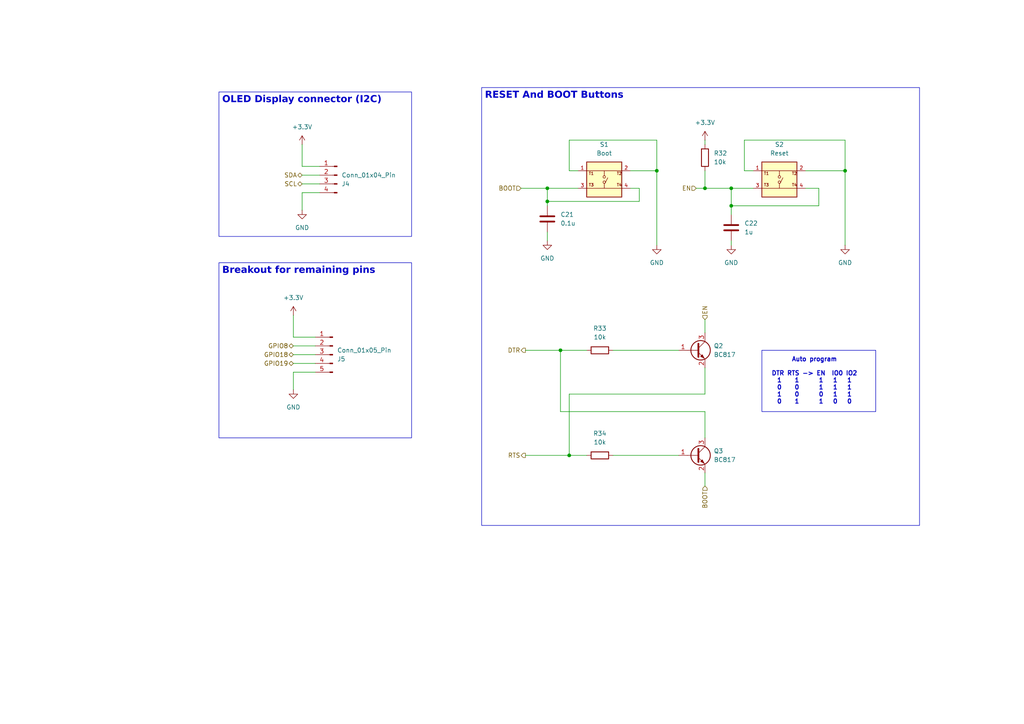
<source format=kicad_sch>
(kicad_sch
	(version 20250114)
	(generator "eeschema")
	(generator_version "9.0")
	(uuid "86def58b-f3c6-4bb6-a2bf-1d4fbe27a2a0")
	(paper "A4")
	(title_block
		(title "User Interface")
		(date "2025-12-15")
		(company "YUKESH S  2024104010")
	)
	(lib_symbols
		(symbol "Connector:Conn_01x04_Pin"
			(pin_names
				(offset 1.016)
				(hide yes)
			)
			(exclude_from_sim no)
			(in_bom yes)
			(on_board yes)
			(property "Reference" "J"
				(at 0 5.08 0)
				(effects
					(font
						(size 1.27 1.27)
					)
				)
			)
			(property "Value" "Conn_01x04_Pin"
				(at 0 -7.62 0)
				(effects
					(font
						(size 1.27 1.27)
					)
				)
			)
			(property "Footprint" ""
				(at 0 0 0)
				(effects
					(font
						(size 1.27 1.27)
					)
					(hide yes)
				)
			)
			(property "Datasheet" "~"
				(at 0 0 0)
				(effects
					(font
						(size 1.27 1.27)
					)
					(hide yes)
				)
			)
			(property "Description" "Generic connector, single row, 01x04, script generated"
				(at 0 0 0)
				(effects
					(font
						(size 1.27 1.27)
					)
					(hide yes)
				)
			)
			(property "ki_locked" ""
				(at 0 0 0)
				(effects
					(font
						(size 1.27 1.27)
					)
				)
			)
			(property "ki_keywords" "connector"
				(at 0 0 0)
				(effects
					(font
						(size 1.27 1.27)
					)
					(hide yes)
				)
			)
			(property "ki_fp_filters" "Connector*:*_1x??_*"
				(at 0 0 0)
				(effects
					(font
						(size 1.27 1.27)
					)
					(hide yes)
				)
			)
			(symbol "Conn_01x04_Pin_1_1"
				(rectangle
					(start 0.8636 2.667)
					(end 0 2.413)
					(stroke
						(width 0.1524)
						(type default)
					)
					(fill
						(type outline)
					)
				)
				(rectangle
					(start 0.8636 0.127)
					(end 0 -0.127)
					(stroke
						(width 0.1524)
						(type default)
					)
					(fill
						(type outline)
					)
				)
				(rectangle
					(start 0.8636 -2.413)
					(end 0 -2.667)
					(stroke
						(width 0.1524)
						(type default)
					)
					(fill
						(type outline)
					)
				)
				(rectangle
					(start 0.8636 -4.953)
					(end 0 -5.207)
					(stroke
						(width 0.1524)
						(type default)
					)
					(fill
						(type outline)
					)
				)
				(polyline
					(pts
						(xy 1.27 2.54) (xy 0.8636 2.54)
					)
					(stroke
						(width 0.1524)
						(type default)
					)
					(fill
						(type none)
					)
				)
				(polyline
					(pts
						(xy 1.27 0) (xy 0.8636 0)
					)
					(stroke
						(width 0.1524)
						(type default)
					)
					(fill
						(type none)
					)
				)
				(polyline
					(pts
						(xy 1.27 -2.54) (xy 0.8636 -2.54)
					)
					(stroke
						(width 0.1524)
						(type default)
					)
					(fill
						(type none)
					)
				)
				(polyline
					(pts
						(xy 1.27 -5.08) (xy 0.8636 -5.08)
					)
					(stroke
						(width 0.1524)
						(type default)
					)
					(fill
						(type none)
					)
				)
				(pin passive line
					(at 5.08 2.54 180)
					(length 3.81)
					(name "Pin_1"
						(effects
							(font
								(size 1.27 1.27)
							)
						)
					)
					(number "1"
						(effects
							(font
								(size 1.27 1.27)
							)
						)
					)
				)
				(pin passive line
					(at 5.08 0 180)
					(length 3.81)
					(name "Pin_2"
						(effects
							(font
								(size 1.27 1.27)
							)
						)
					)
					(number "2"
						(effects
							(font
								(size 1.27 1.27)
							)
						)
					)
				)
				(pin passive line
					(at 5.08 -2.54 180)
					(length 3.81)
					(name "Pin_3"
						(effects
							(font
								(size 1.27 1.27)
							)
						)
					)
					(number "3"
						(effects
							(font
								(size 1.27 1.27)
							)
						)
					)
				)
				(pin passive line
					(at 5.08 -5.08 180)
					(length 3.81)
					(name "Pin_4"
						(effects
							(font
								(size 1.27 1.27)
							)
						)
					)
					(number "4"
						(effects
							(font
								(size 1.27 1.27)
							)
						)
					)
				)
			)
			(embedded_fonts no)
		)
		(symbol "Connector:Conn_01x05_Pin"
			(pin_names
				(offset 1.016)
				(hide yes)
			)
			(exclude_from_sim no)
			(in_bom yes)
			(on_board yes)
			(property "Reference" "J"
				(at 0 7.62 0)
				(effects
					(font
						(size 1.27 1.27)
					)
				)
			)
			(property "Value" "Conn_01x05_Pin"
				(at 0 -7.62 0)
				(effects
					(font
						(size 1.27 1.27)
					)
				)
			)
			(property "Footprint" ""
				(at 0 0 0)
				(effects
					(font
						(size 1.27 1.27)
					)
					(hide yes)
				)
			)
			(property "Datasheet" "~"
				(at 0 0 0)
				(effects
					(font
						(size 1.27 1.27)
					)
					(hide yes)
				)
			)
			(property "Description" "Generic connector, single row, 01x05, script generated"
				(at 0 0 0)
				(effects
					(font
						(size 1.27 1.27)
					)
					(hide yes)
				)
			)
			(property "ki_locked" ""
				(at 0 0 0)
				(effects
					(font
						(size 1.27 1.27)
					)
				)
			)
			(property "ki_keywords" "connector"
				(at 0 0 0)
				(effects
					(font
						(size 1.27 1.27)
					)
					(hide yes)
				)
			)
			(property "ki_fp_filters" "Connector*:*_1x??_*"
				(at 0 0 0)
				(effects
					(font
						(size 1.27 1.27)
					)
					(hide yes)
				)
			)
			(symbol "Conn_01x05_Pin_1_1"
				(rectangle
					(start 0.8636 5.207)
					(end 0 4.953)
					(stroke
						(width 0.1524)
						(type default)
					)
					(fill
						(type outline)
					)
				)
				(rectangle
					(start 0.8636 2.667)
					(end 0 2.413)
					(stroke
						(width 0.1524)
						(type default)
					)
					(fill
						(type outline)
					)
				)
				(rectangle
					(start 0.8636 0.127)
					(end 0 -0.127)
					(stroke
						(width 0.1524)
						(type default)
					)
					(fill
						(type outline)
					)
				)
				(rectangle
					(start 0.8636 -2.413)
					(end 0 -2.667)
					(stroke
						(width 0.1524)
						(type default)
					)
					(fill
						(type outline)
					)
				)
				(rectangle
					(start 0.8636 -4.953)
					(end 0 -5.207)
					(stroke
						(width 0.1524)
						(type default)
					)
					(fill
						(type outline)
					)
				)
				(polyline
					(pts
						(xy 1.27 5.08) (xy 0.8636 5.08)
					)
					(stroke
						(width 0.1524)
						(type default)
					)
					(fill
						(type none)
					)
				)
				(polyline
					(pts
						(xy 1.27 2.54) (xy 0.8636 2.54)
					)
					(stroke
						(width 0.1524)
						(type default)
					)
					(fill
						(type none)
					)
				)
				(polyline
					(pts
						(xy 1.27 0) (xy 0.8636 0)
					)
					(stroke
						(width 0.1524)
						(type default)
					)
					(fill
						(type none)
					)
				)
				(polyline
					(pts
						(xy 1.27 -2.54) (xy 0.8636 -2.54)
					)
					(stroke
						(width 0.1524)
						(type default)
					)
					(fill
						(type none)
					)
				)
				(polyline
					(pts
						(xy 1.27 -5.08) (xy 0.8636 -5.08)
					)
					(stroke
						(width 0.1524)
						(type default)
					)
					(fill
						(type none)
					)
				)
				(pin passive line
					(at 5.08 5.08 180)
					(length 3.81)
					(name "Pin_1"
						(effects
							(font
								(size 1.27 1.27)
							)
						)
					)
					(number "1"
						(effects
							(font
								(size 1.27 1.27)
							)
						)
					)
				)
				(pin passive line
					(at 5.08 2.54 180)
					(length 3.81)
					(name "Pin_2"
						(effects
							(font
								(size 1.27 1.27)
							)
						)
					)
					(number "2"
						(effects
							(font
								(size 1.27 1.27)
							)
						)
					)
				)
				(pin passive line
					(at 5.08 0 180)
					(length 3.81)
					(name "Pin_3"
						(effects
							(font
								(size 1.27 1.27)
							)
						)
					)
					(number "3"
						(effects
							(font
								(size 1.27 1.27)
							)
						)
					)
				)
				(pin passive line
					(at 5.08 -2.54 180)
					(length 3.81)
					(name "Pin_4"
						(effects
							(font
								(size 1.27 1.27)
							)
						)
					)
					(number "4"
						(effects
							(font
								(size 1.27 1.27)
							)
						)
					)
				)
				(pin passive line
					(at 5.08 -5.08 180)
					(length 3.81)
					(name "Pin_5"
						(effects
							(font
								(size 1.27 1.27)
							)
						)
					)
					(number "5"
						(effects
							(font
								(size 1.27 1.27)
							)
						)
					)
				)
			)
			(embedded_fonts no)
		)
		(symbol "Device:C"
			(pin_numbers
				(hide yes)
			)
			(pin_names
				(offset 0.254)
			)
			(exclude_from_sim no)
			(in_bom yes)
			(on_board yes)
			(property "Reference" "C"
				(at 0.635 2.54 0)
				(effects
					(font
						(size 1.27 1.27)
					)
					(justify left)
				)
			)
			(property "Value" "C"
				(at 0.635 -2.54 0)
				(effects
					(font
						(size 1.27 1.27)
					)
					(justify left)
				)
			)
			(property "Footprint" ""
				(at 0.9652 -3.81 0)
				(effects
					(font
						(size 1.27 1.27)
					)
					(hide yes)
				)
			)
			(property "Datasheet" "~"
				(at 0 0 0)
				(effects
					(font
						(size 1.27 1.27)
					)
					(hide yes)
				)
			)
			(property "Description" "Unpolarized capacitor"
				(at 0 0 0)
				(effects
					(font
						(size 1.27 1.27)
					)
					(hide yes)
				)
			)
			(property "ki_keywords" "cap capacitor"
				(at 0 0 0)
				(effects
					(font
						(size 1.27 1.27)
					)
					(hide yes)
				)
			)
			(property "ki_fp_filters" "C_*"
				(at 0 0 0)
				(effects
					(font
						(size 1.27 1.27)
					)
					(hide yes)
				)
			)
			(symbol "C_0_1"
				(polyline
					(pts
						(xy -2.032 0.762) (xy 2.032 0.762)
					)
					(stroke
						(width 0.508)
						(type default)
					)
					(fill
						(type none)
					)
				)
				(polyline
					(pts
						(xy -2.032 -0.762) (xy 2.032 -0.762)
					)
					(stroke
						(width 0.508)
						(type default)
					)
					(fill
						(type none)
					)
				)
			)
			(symbol "C_1_1"
				(pin passive line
					(at 0 3.81 270)
					(length 2.794)
					(name "~"
						(effects
							(font
								(size 1.27 1.27)
							)
						)
					)
					(number "1"
						(effects
							(font
								(size 1.27 1.27)
							)
						)
					)
				)
				(pin passive line
					(at 0 -3.81 90)
					(length 2.794)
					(name "~"
						(effects
							(font
								(size 1.27 1.27)
							)
						)
					)
					(number "2"
						(effects
							(font
								(size 1.27 1.27)
							)
						)
					)
				)
			)
			(embedded_fonts no)
		)
		(symbol "Device:R"
			(pin_numbers
				(hide yes)
			)
			(pin_names
				(offset 0)
			)
			(exclude_from_sim no)
			(in_bom yes)
			(on_board yes)
			(property "Reference" "R"
				(at 2.032 0 90)
				(effects
					(font
						(size 1.27 1.27)
					)
				)
			)
			(property "Value" "R"
				(at 0 0 90)
				(effects
					(font
						(size 1.27 1.27)
					)
				)
			)
			(property "Footprint" ""
				(at -1.778 0 90)
				(effects
					(font
						(size 1.27 1.27)
					)
					(hide yes)
				)
			)
			(property "Datasheet" "~"
				(at 0 0 0)
				(effects
					(font
						(size 1.27 1.27)
					)
					(hide yes)
				)
			)
			(property "Description" "Resistor"
				(at 0 0 0)
				(effects
					(font
						(size 1.27 1.27)
					)
					(hide yes)
				)
			)
			(property "ki_keywords" "R res resistor"
				(at 0 0 0)
				(effects
					(font
						(size 1.27 1.27)
					)
					(hide yes)
				)
			)
			(property "ki_fp_filters" "R_*"
				(at 0 0 0)
				(effects
					(font
						(size 1.27 1.27)
					)
					(hide yes)
				)
			)
			(symbol "R_0_1"
				(rectangle
					(start -1.016 -2.54)
					(end 1.016 2.54)
					(stroke
						(width 0.254)
						(type default)
					)
					(fill
						(type none)
					)
				)
			)
			(symbol "R_1_1"
				(pin passive line
					(at 0 3.81 270)
					(length 1.27)
					(name "~"
						(effects
							(font
								(size 1.27 1.27)
							)
						)
					)
					(number "1"
						(effects
							(font
								(size 1.27 1.27)
							)
						)
					)
				)
				(pin passive line
					(at 0 -3.81 90)
					(length 1.27)
					(name "~"
						(effects
							(font
								(size 1.27 1.27)
							)
						)
					)
					(number "2"
						(effects
							(font
								(size 1.27 1.27)
							)
						)
					)
				)
			)
			(embedded_fonts no)
		)
		(symbol "Transistor_BJT:BC817"
			(pin_names
				(offset 0)
				(hide yes)
			)
			(exclude_from_sim no)
			(in_bom yes)
			(on_board yes)
			(property "Reference" "Q"
				(at 5.08 1.905 0)
				(effects
					(font
						(size 1.27 1.27)
					)
					(justify left)
				)
			)
			(property "Value" "BC817"
				(at 5.08 0 0)
				(effects
					(font
						(size 1.27 1.27)
					)
					(justify left)
				)
			)
			(property "Footprint" "Package_TO_SOT_SMD:SOT-23"
				(at 5.08 -1.905 0)
				(effects
					(font
						(size 1.27 1.27)
						(italic yes)
					)
					(justify left)
					(hide yes)
				)
			)
			(property "Datasheet" "https://www.onsemi.com/pub/Collateral/BC818-D.pdf"
				(at 0 0 0)
				(effects
					(font
						(size 1.27 1.27)
					)
					(justify left)
					(hide yes)
				)
			)
			(property "Description" "0.8A Ic, 45V Vce, NPN Transistor, SOT-23"
				(at 0 0 0)
				(effects
					(font
						(size 1.27 1.27)
					)
					(hide yes)
				)
			)
			(property "ki_keywords" "NPN Transistor"
				(at 0 0 0)
				(effects
					(font
						(size 1.27 1.27)
					)
					(hide yes)
				)
			)
			(property "ki_fp_filters" "SOT?23*"
				(at 0 0 0)
				(effects
					(font
						(size 1.27 1.27)
					)
					(hide yes)
				)
			)
			(symbol "BC817_0_1"
				(polyline
					(pts
						(xy -2.54 0) (xy 0.635 0)
					)
					(stroke
						(width 0)
						(type default)
					)
					(fill
						(type none)
					)
				)
				(polyline
					(pts
						(xy 0.635 1.905) (xy 0.635 -1.905)
					)
					(stroke
						(width 0.508)
						(type default)
					)
					(fill
						(type none)
					)
				)
				(circle
					(center 1.27 0)
					(radius 2.8194)
					(stroke
						(width 0.254)
						(type default)
					)
					(fill
						(type none)
					)
				)
			)
			(symbol "BC817_1_1"
				(polyline
					(pts
						(xy 0.635 0.635) (xy 2.54 2.54)
					)
					(stroke
						(width 0)
						(type default)
					)
					(fill
						(type none)
					)
				)
				(polyline
					(pts
						(xy 0.635 -0.635) (xy 2.54 -2.54)
					)
					(stroke
						(width 0)
						(type default)
					)
					(fill
						(type none)
					)
				)
				(polyline
					(pts
						(xy 1.27 -1.778) (xy 1.778 -1.27) (xy 2.286 -2.286) (xy 1.27 -1.778)
					)
					(stroke
						(width 0)
						(type default)
					)
					(fill
						(type outline)
					)
				)
				(pin input line
					(at -5.08 0 0)
					(length 2.54)
					(name "B"
						(effects
							(font
								(size 1.27 1.27)
							)
						)
					)
					(number "1"
						(effects
							(font
								(size 1.27 1.27)
							)
						)
					)
				)
				(pin passive line
					(at 2.54 5.08 270)
					(length 2.54)
					(name "C"
						(effects
							(font
								(size 1.27 1.27)
							)
						)
					)
					(number "3"
						(effects
							(font
								(size 1.27 1.27)
							)
						)
					)
				)
				(pin passive line
					(at 2.54 -5.08 90)
					(length 2.54)
					(name "E"
						(effects
							(font
								(size 1.27 1.27)
							)
						)
					)
					(number "2"
						(effects
							(font
								(size 1.27 1.27)
							)
						)
					)
				)
			)
			(embedded_fonts no)
		)
		(symbol "USLPT2819DT2TR:USLPT2819DT2TR"
			(pin_names
				(offset 1.016)
			)
			(exclude_from_sim no)
			(in_bom yes)
			(on_board yes)
			(property "Reference" "S"
				(at -5.08 5.08 0)
				(effects
					(font
						(size 1.27 1.27)
					)
					(justify left bottom)
				)
			)
			(property "Value" "USLPT2819DT2TR"
				(at -5.08 -7.62 0)
				(effects
					(font
						(size 1.27 1.27)
					)
					(justify left bottom)
				)
			)
			(property "Footprint" "USLPT2819DT2TR:SW_USLPT2819DT2TR"
				(at 0 0 0)
				(effects
					(font
						(size 1.27 1.27)
					)
					(justify bottom)
					(hide yes)
				)
			)
			(property "Datasheet" ""
				(at 0 0 0)
				(effects
					(font
						(size 1.27 1.27)
					)
					(hide yes)
				)
			)
			(property "Description" ""
				(at 0 0 0)
				(effects
					(font
						(size 1.27 1.27)
					)
					(hide yes)
				)
			)
			(property "MF" "TE Connectivity"
				(at 0 0 0)
				(effects
					(font
						(size 1.27 1.27)
					)
					(justify bottom)
					(hide yes)
				)
			)
			(property "Description_1" "Tactile Switch SPST-NO Top Actuated Surface Mount"
				(at 0 0 0)
				(effects
					(font
						(size 1.27 1.27)
					)
					(justify bottom)
					(hide yes)
				)
			)
			(property "Package" "None"
				(at 0 0 0)
				(effects
					(font
						(size 1.27 1.27)
					)
					(justify bottom)
					(hide yes)
				)
			)
			(property "Price" "None"
				(at 0 0 0)
				(effects
					(font
						(size 1.27 1.27)
					)
					(justify bottom)
					(hide yes)
				)
			)
			(property "Check_prices" "https://www.snapeda.com/parts/USLPT2819DT2TR/TE+Connectivity+ALCOSWITCH+Switches/view-part/?ref=eda"
				(at 0 0 0)
				(effects
					(font
						(size 1.27 1.27)
					)
					(justify bottom)
					(hide yes)
				)
			)
			(property "STANDARD" "Manufacturer Recommendations"
				(at 0 0 0)
				(effects
					(font
						(size 1.27 1.27)
					)
					(justify bottom)
					(hide yes)
				)
			)
			(property "PARTREV" "P"
				(at 0 0 0)
				(effects
					(font
						(size 1.27 1.27)
					)
					(justify bottom)
					(hide yes)
				)
			)
			(property "SnapEDA_Link" "https://www.snapeda.com/parts/USLPT2819DT2TR/TE+Connectivity+ALCOSWITCH+Switches/view-part/?ref=snap"
				(at 0 0 0)
				(effects
					(font
						(size 1.27 1.27)
					)
					(justify bottom)
					(hide yes)
				)
			)
			(property "MP" "USLPT2819DT2TR"
				(at 0 0 0)
				(effects
					(font
						(size 1.27 1.27)
					)
					(justify bottom)
					(hide yes)
				)
			)
			(property "Availability" "In Stock"
				(at 0 0 0)
				(effects
					(font
						(size 1.27 1.27)
					)
					(justify bottom)
					(hide yes)
				)
			)
			(property "MANUFACTURER" "TE CONNECTIVITY"
				(at 0 0 0)
				(effects
					(font
						(size 1.27 1.27)
					)
					(justify bottom)
					(hide yes)
				)
			)
			(symbol "USLPT2819DT2TR_0_0"
				(polyline
					(pts
						(xy -5.08 2.54) (xy 0 2.54)
					)
					(stroke
						(width 0.1524)
						(type default)
					)
					(fill
						(type none)
					)
				)
				(polyline
					(pts
						(xy -5.08 -2.54) (xy 0 -2.54)
					)
					(stroke
						(width 0.1524)
						(type default)
					)
					(fill
						(type none)
					)
				)
				(rectangle
					(start -5.08 -5.08)
					(end 5.08 5.08)
					(stroke
						(width 0.254)
						(type default)
					)
					(fill
						(type background)
					)
				)
				(polyline
					(pts
						(xy 0 2.54) (xy 5.08 2.54)
					)
					(stroke
						(width 0.1524)
						(type default)
					)
					(fill
						(type none)
					)
				)
				(polyline
					(pts
						(xy 0 1.143) (xy 0 2.54)
					)
					(stroke
						(width 0.1524)
						(type default)
					)
					(fill
						(type none)
					)
				)
				(circle
					(center 0 0.762)
					(radius 0.3592)
					(stroke
						(width 0.1524)
						(type default)
					)
					(fill
						(type none)
					)
				)
				(circle
					(center 0 -0.762)
					(radius 0.3592)
					(stroke
						(width 0.1524)
						(type default)
					)
					(fill
						(type none)
					)
				)
				(polyline
					(pts
						(xy 0 -2.54) (xy 0 -1.143)
					)
					(stroke
						(width 0.1524)
						(type default)
					)
					(fill
						(type none)
					)
				)
				(polyline
					(pts
						(xy 0 -2.54) (xy 5.08 -2.54)
					)
					(stroke
						(width 0.1524)
						(type default)
					)
					(fill
						(type none)
					)
				)
				(polyline
					(pts
						(xy 0.254 -1.016) (xy 1.016 0.508)
					)
					(stroke
						(width 0.1524)
						(type default)
					)
					(fill
						(type none)
					)
				)
				(text "T1"
					(at -4.572 1.27 0)
					(effects
						(font
							(size 0.8128 0.8128)
						)
						(justify left bottom)
					)
				)
				(text "T3"
					(at -4.572 -2.032 0)
					(effects
						(font
							(size 0.8128 0.8128)
						)
						(justify left bottom)
					)
				)
				(text "T2"
					(at 3.556 1.27 0)
					(effects
						(font
							(size 0.8128 0.8128)
						)
						(justify left bottom)
					)
				)
				(text "T4"
					(at 3.556 -2.032 0)
					(effects
						(font
							(size 0.8128 0.8128)
						)
						(justify left bottom)
					)
				)
				(pin passive line
					(at -7.62 2.54 0)
					(length 2.54)
					(name "~"
						(effects
							(font
								(size 1.016 1.016)
							)
						)
					)
					(number "1"
						(effects
							(font
								(size 1.016 1.016)
							)
						)
					)
				)
				(pin passive line
					(at -7.62 -2.54 0)
					(length 2.54)
					(name "~"
						(effects
							(font
								(size 1.016 1.016)
							)
						)
					)
					(number "3"
						(effects
							(font
								(size 1.016 1.016)
							)
						)
					)
				)
				(pin passive line
					(at 7.62 2.54 180)
					(length 2.54)
					(name "~"
						(effects
							(font
								(size 1.016 1.016)
							)
						)
					)
					(number "2"
						(effects
							(font
								(size 1.016 1.016)
							)
						)
					)
				)
				(pin passive line
					(at 7.62 -2.54 180)
					(length 2.54)
					(name "~"
						(effects
							(font
								(size 1.016 1.016)
							)
						)
					)
					(number "4"
						(effects
							(font
								(size 1.016 1.016)
							)
						)
					)
				)
			)
			(embedded_fonts no)
		)
		(symbol "power:+3.3V"
			(power)
			(pin_numbers
				(hide yes)
			)
			(pin_names
				(offset 0)
				(hide yes)
			)
			(exclude_from_sim no)
			(in_bom yes)
			(on_board yes)
			(property "Reference" "#PWR"
				(at 0 -3.81 0)
				(effects
					(font
						(size 1.27 1.27)
					)
					(hide yes)
				)
			)
			(property "Value" "+3.3V"
				(at 0 3.556 0)
				(effects
					(font
						(size 1.27 1.27)
					)
				)
			)
			(property "Footprint" ""
				(at 0 0 0)
				(effects
					(font
						(size 1.27 1.27)
					)
					(hide yes)
				)
			)
			(property "Datasheet" ""
				(at 0 0 0)
				(effects
					(font
						(size 1.27 1.27)
					)
					(hide yes)
				)
			)
			(property "Description" "Power symbol creates a global label with name \"+3.3V\""
				(at 0 0 0)
				(effects
					(font
						(size 1.27 1.27)
					)
					(hide yes)
				)
			)
			(property "ki_keywords" "global power"
				(at 0 0 0)
				(effects
					(font
						(size 1.27 1.27)
					)
					(hide yes)
				)
			)
			(symbol "+3.3V_0_1"
				(polyline
					(pts
						(xy -0.762 1.27) (xy 0 2.54)
					)
					(stroke
						(width 0)
						(type default)
					)
					(fill
						(type none)
					)
				)
				(polyline
					(pts
						(xy 0 2.54) (xy 0.762 1.27)
					)
					(stroke
						(width 0)
						(type default)
					)
					(fill
						(type none)
					)
				)
				(polyline
					(pts
						(xy 0 0) (xy 0 2.54)
					)
					(stroke
						(width 0)
						(type default)
					)
					(fill
						(type none)
					)
				)
			)
			(symbol "+3.3V_1_1"
				(pin power_in line
					(at 0 0 90)
					(length 0)
					(name "~"
						(effects
							(font
								(size 1.27 1.27)
							)
						)
					)
					(number "1"
						(effects
							(font
								(size 1.27 1.27)
							)
						)
					)
				)
			)
			(embedded_fonts no)
		)
		(symbol "power:GND"
			(power)
			(pin_numbers
				(hide yes)
			)
			(pin_names
				(offset 0)
				(hide yes)
			)
			(exclude_from_sim no)
			(in_bom yes)
			(on_board yes)
			(property "Reference" "#PWR"
				(at 0 -6.35 0)
				(effects
					(font
						(size 1.27 1.27)
					)
					(hide yes)
				)
			)
			(property "Value" "GND"
				(at 0 -3.81 0)
				(effects
					(font
						(size 1.27 1.27)
					)
				)
			)
			(property "Footprint" ""
				(at 0 0 0)
				(effects
					(font
						(size 1.27 1.27)
					)
					(hide yes)
				)
			)
			(property "Datasheet" ""
				(at 0 0 0)
				(effects
					(font
						(size 1.27 1.27)
					)
					(hide yes)
				)
			)
			(property "Description" "Power symbol creates a global label with name \"GND\" , ground"
				(at 0 0 0)
				(effects
					(font
						(size 1.27 1.27)
					)
					(hide yes)
				)
			)
			(property "ki_keywords" "global power"
				(at 0 0 0)
				(effects
					(font
						(size 1.27 1.27)
					)
					(hide yes)
				)
			)
			(symbol "GND_0_1"
				(polyline
					(pts
						(xy 0 0) (xy 0 -1.27) (xy 1.27 -1.27) (xy 0 -2.54) (xy -1.27 -1.27) (xy 0 -1.27)
					)
					(stroke
						(width 0)
						(type default)
					)
					(fill
						(type none)
					)
				)
			)
			(symbol "GND_1_1"
				(pin power_in line
					(at 0 0 270)
					(length 0)
					(name "~"
						(effects
							(font
								(size 1.27 1.27)
							)
						)
					)
					(number "1"
						(effects
							(font
								(size 1.27 1.27)
							)
						)
					)
				)
			)
			(embedded_fonts no)
		)
	)
	(text "Auto program\n\nDTR RTS -> EN  IO0 IO2\n1    1      1   1   1\n0    0      1   1   1\n1    0      0   1   1\n0    1      1   0   0"
		(exclude_from_sim no)
		(at 236.22 110.49 0)
		(effects
			(font
				(size 1.27 1.27)
				(thickness 0.254)
				(bold yes)
			)
		)
		(uuid "7e173a54-a14f-4496-a7bf-64f4145b7cfb")
	)
	(text_box "Breakout for remaining pins"
		(exclude_from_sim no)
		(at 63.5 76.2 0)
		(size 55.88 50.8)
		(margins 0.9525 0.9525 0.9525 0.9525)
		(stroke
			(width 0)
			(type solid)
		)
		(fill
			(type none)
		)
		(effects
			(font
				(face "Arial Rounded MT Bold")
				(size 2 2)
				(bold yes)
			)
			(justify left top)
		)
		(uuid "240378dd-c709-4199-af97-55f35e08ec60")
	)
	(text_box ""
		(exclude_from_sim no)
		(at 220.98 101.6 0)
		(size 33.02 17.78)
		(margins 0.9525 0.9525 0.9525 0.9525)
		(stroke
			(width 0)
			(type solid)
		)
		(fill
			(type none)
		)
		(effects
			(font
				(size 1.27 1.27)
			)
			(justify left top)
		)
		(uuid "34c8768d-3c62-4965-b34c-ef81b22aeb56")
	)
	(text_box "RESET And BOOT Buttons"
		(exclude_from_sim no)
		(at 139.7 25.4 0)
		(size 127 127)
		(margins 0.9525 0.9525 0.9525 0.9525)
		(stroke
			(width 0)
			(type solid)
		)
		(fill
			(type none)
		)
		(effects
			(font
				(face "Arial Rounded MT Bold")
				(size 2 2)
				(bold yes)
			)
			(justify left top)
		)
		(uuid "b64f8961-fa18-4192-89e1-e4d6c9e32119")
	)
	(text_box "OLED Display connector (I2C)"
		(exclude_from_sim no)
		(at 63.5 26.67 0)
		(size 55.88 41.91)
		(margins 0.9525 0.9525 0.9525 0.9525)
		(stroke
			(width 0)
			(type solid)
		)
		(fill
			(type none)
		)
		(effects
			(font
				(face "Arial Rounded MT Bold")
				(size 2 2)
				(bold yes)
			)
			(justify left top)
		)
		(uuid "f6527142-661c-4d43-8524-bdf45fa922af")
	)
	(junction
		(at 162.56 101.6)
		(diameter 0)
		(color 0 0 0 0)
		(uuid "1a9e9fcd-9667-4443-a70e-66104c48636f")
	)
	(junction
		(at 190.5 49.53)
		(diameter 0)
		(color 0 0 0 0)
		(uuid "1ec7589c-4ce0-48c9-848e-0aa385e5a2d6")
	)
	(junction
		(at 212.09 59.69)
		(diameter 0)
		(color 0 0 0 0)
		(uuid "391590af-919e-47e5-ba19-1c4c6293976c")
	)
	(junction
		(at 245.11 49.53)
		(diameter 0)
		(color 0 0 0 0)
		(uuid "6af18c6b-a3b8-49b7-9fca-d7486694574d")
	)
	(junction
		(at 204.47 54.61)
		(diameter 0)
		(color 0 0 0 0)
		(uuid "85450164-94b1-4553-98d7-7b76e6b505e2")
	)
	(junction
		(at 158.75 54.61)
		(diameter 0)
		(color 0 0 0 0)
		(uuid "874180dd-6e02-466f-9cf2-22b2bc0a2185")
	)
	(junction
		(at 165.1 132.08)
		(diameter 0)
		(color 0 0 0 0)
		(uuid "b14233ff-6f3f-4776-83f7-00dfc37e434a")
	)
	(junction
		(at 212.09 54.61)
		(diameter 0)
		(color 0 0 0 0)
		(uuid "e1181f6a-de93-4eff-9b41-7a2b8a2b1b92")
	)
	(junction
		(at 158.75 58.42)
		(diameter 0)
		(color 0 0 0 0)
		(uuid "f5ddddaf-818e-4938-9489-88882be03532")
	)
	(wire
		(pts
			(xy 167.64 49.53) (xy 165.1 49.53)
		)
		(stroke
			(width 0)
			(type default)
		)
		(uuid "0030428b-6a22-45dc-b9bf-4aa05f6cdf56")
	)
	(wire
		(pts
			(xy 185.42 54.61) (xy 185.42 58.42)
		)
		(stroke
			(width 0)
			(type default)
		)
		(uuid "0606a3ce-9b28-4cbc-a711-e1d304620589")
	)
	(wire
		(pts
			(xy 85.09 100.33) (xy 91.44 100.33)
		)
		(stroke
			(width 0)
			(type default)
		)
		(uuid "0e9c2db5-829c-4a42-a76e-0b8bc7a22258")
	)
	(wire
		(pts
			(xy 204.47 106.68) (xy 204.47 114.3)
		)
		(stroke
			(width 0)
			(type default)
		)
		(uuid "1002e9e9-5842-484d-8247-1d10a698be2d")
	)
	(wire
		(pts
			(xy 204.47 114.3) (xy 165.1 114.3)
		)
		(stroke
			(width 0)
			(type default)
		)
		(uuid "1c806319-4bce-412c-b710-3f3ebe05513d")
	)
	(wire
		(pts
			(xy 245.11 40.64) (xy 245.11 49.53)
		)
		(stroke
			(width 0)
			(type default)
		)
		(uuid "285eb2fe-a831-412d-a895-54db1c7c0716")
	)
	(wire
		(pts
			(xy 165.1 49.53) (xy 165.1 40.64)
		)
		(stroke
			(width 0)
			(type default)
		)
		(uuid "2d1e85b5-bd91-4948-8127-1995ee921dd5")
	)
	(wire
		(pts
			(xy 177.8 132.08) (xy 196.85 132.08)
		)
		(stroke
			(width 0)
			(type default)
		)
		(uuid "2ec2d7d6-6983-41fa-bfe0-102d6d3e948f")
	)
	(wire
		(pts
			(xy 85.09 107.95) (xy 91.44 107.95)
		)
		(stroke
			(width 0)
			(type default)
		)
		(uuid "33634579-100d-41a5-891c-844238339b19")
	)
	(wire
		(pts
			(xy 152.4 132.08) (xy 165.1 132.08)
		)
		(stroke
			(width 0)
			(type default)
		)
		(uuid "35726dc6-ed68-4d0a-be84-59345d775fa9")
	)
	(wire
		(pts
			(xy 158.75 58.42) (xy 185.42 58.42)
		)
		(stroke
			(width 0)
			(type default)
		)
		(uuid "397301d1-fe54-4258-9d64-08d425e54ef7")
	)
	(wire
		(pts
			(xy 85.09 107.95) (xy 85.09 113.03)
		)
		(stroke
			(width 0)
			(type default)
		)
		(uuid "3de3ea72-4f14-41ac-91bd-df55b2465080")
	)
	(wire
		(pts
			(xy 204.47 49.53) (xy 204.47 54.61)
		)
		(stroke
			(width 0)
			(type default)
		)
		(uuid "3e5bee07-02c0-485c-96a0-2d5637ac0bd9")
	)
	(wire
		(pts
			(xy 87.63 53.34) (xy 92.71 53.34)
		)
		(stroke
			(width 0)
			(type default)
		)
		(uuid "466a8c9c-aeee-4b99-b11e-bbc641bd8bcc")
	)
	(wire
		(pts
			(xy 182.88 49.53) (xy 190.5 49.53)
		)
		(stroke
			(width 0)
			(type default)
		)
		(uuid "4c2bf581-f698-4d47-ba05-51d37ad480dd")
	)
	(wire
		(pts
			(xy 204.47 127) (xy 204.47 119.38)
		)
		(stroke
			(width 0)
			(type default)
		)
		(uuid "50a784b0-ca77-4d0f-b670-be1dc0a196fa")
	)
	(wire
		(pts
			(xy 215.9 49.53) (xy 215.9 40.64)
		)
		(stroke
			(width 0)
			(type default)
		)
		(uuid "51f8343e-6d46-4ac1-b42c-9d41e540d1c9")
	)
	(wire
		(pts
			(xy 204.47 137.16) (xy 204.47 140.97)
		)
		(stroke
			(width 0)
			(type default)
		)
		(uuid "5292d86b-33d6-4ef6-afcc-f0e0b8ecb020")
	)
	(wire
		(pts
			(xy 165.1 132.08) (xy 170.18 132.08)
		)
		(stroke
			(width 0)
			(type default)
		)
		(uuid "5798991b-5574-4302-8f18-9350318538f3")
	)
	(wire
		(pts
			(xy 245.11 49.53) (xy 245.11 71.12)
		)
		(stroke
			(width 0)
			(type default)
		)
		(uuid "59625b9b-1b23-4da3-aa29-739e9ff085ec")
	)
	(wire
		(pts
			(xy 158.75 54.61) (xy 158.75 58.42)
		)
		(stroke
			(width 0)
			(type default)
		)
		(uuid "5eb28a08-7d3e-4ddf-9897-d1693c6bd278")
	)
	(wire
		(pts
			(xy 204.47 40.64) (xy 204.47 41.91)
		)
		(stroke
			(width 0)
			(type default)
		)
		(uuid "5f5ae5c5-ccd4-4dc4-8849-7d23e811f01e")
	)
	(wire
		(pts
			(xy 237.49 54.61) (xy 237.49 59.69)
		)
		(stroke
			(width 0)
			(type default)
		)
		(uuid "615f094b-f7db-479d-8f77-037b732127ac")
	)
	(wire
		(pts
			(xy 85.09 102.87) (xy 91.44 102.87)
		)
		(stroke
			(width 0)
			(type default)
		)
		(uuid "61a87c56-ba03-4b7c-913e-f866afa9971e")
	)
	(wire
		(pts
			(xy 87.63 48.26) (xy 87.63 41.91)
		)
		(stroke
			(width 0)
			(type default)
		)
		(uuid "63001c04-6bca-4458-ac09-f7be2265e773")
	)
	(wire
		(pts
			(xy 152.4 101.6) (xy 162.56 101.6)
		)
		(stroke
			(width 0)
			(type default)
		)
		(uuid "66da9fae-fe21-4da5-b805-70d1a98f5d7f")
	)
	(wire
		(pts
			(xy 190.5 40.64) (xy 190.5 49.53)
		)
		(stroke
			(width 0)
			(type default)
		)
		(uuid "69488325-2bc7-4f7e-aad4-3facb2dd9ca7")
	)
	(wire
		(pts
			(xy 212.09 59.69) (xy 212.09 62.23)
		)
		(stroke
			(width 0)
			(type default)
		)
		(uuid "6dd8fb2d-1271-4541-a748-a779cec6a704")
	)
	(wire
		(pts
			(xy 87.63 55.88) (xy 87.63 60.96)
		)
		(stroke
			(width 0)
			(type default)
		)
		(uuid "6f5057f0-89a2-4997-b766-91e9d7178159")
	)
	(wire
		(pts
			(xy 204.47 54.61) (xy 212.09 54.61)
		)
		(stroke
			(width 0)
			(type default)
		)
		(uuid "72ab260d-7e94-41fc-98a0-5080b8b3994a")
	)
	(wire
		(pts
			(xy 158.75 58.42) (xy 158.75 59.69)
		)
		(stroke
			(width 0)
			(type default)
		)
		(uuid "77c325bc-8a99-4f85-947a-26cae16dbfc1")
	)
	(wire
		(pts
			(xy 233.68 49.53) (xy 245.11 49.53)
		)
		(stroke
			(width 0)
			(type default)
		)
		(uuid "7a32d804-d4ef-469c-934a-fd59588e509f")
	)
	(wire
		(pts
			(xy 204.47 92.71) (xy 204.47 96.52)
		)
		(stroke
			(width 0)
			(type default)
		)
		(uuid "7e5236d1-1c4f-4489-8cee-dcdf8ed55b23")
	)
	(wire
		(pts
			(xy 151.13 54.61) (xy 158.75 54.61)
		)
		(stroke
			(width 0)
			(type default)
		)
		(uuid "7f51b208-2b9e-448a-a1fc-7832c80d7b14")
	)
	(wire
		(pts
			(xy 190.5 49.53) (xy 190.5 71.12)
		)
		(stroke
			(width 0)
			(type default)
		)
		(uuid "837c6278-d9ed-4f4b-9a31-bf1b543dc510")
	)
	(wire
		(pts
			(xy 204.47 119.38) (xy 162.56 119.38)
		)
		(stroke
			(width 0)
			(type default)
		)
		(uuid "8f55b5a2-5d31-461e-b86e-4383d030e67b")
	)
	(wire
		(pts
			(xy 162.56 101.6) (xy 170.18 101.6)
		)
		(stroke
			(width 0)
			(type default)
		)
		(uuid "90a0aa77-2c72-4e5a-96b6-8bd75307d524")
	)
	(wire
		(pts
			(xy 177.8 101.6) (xy 196.85 101.6)
		)
		(stroke
			(width 0)
			(type default)
		)
		(uuid "94ef47f0-a987-4648-a71e-a6f6aaaa3512")
	)
	(wire
		(pts
			(xy 165.1 40.64) (xy 190.5 40.64)
		)
		(stroke
			(width 0)
			(type default)
		)
		(uuid "9c896ac9-088e-440a-b400-29fa7b9841e3")
	)
	(wire
		(pts
			(xy 92.71 48.26) (xy 87.63 48.26)
		)
		(stroke
			(width 0)
			(type default)
		)
		(uuid "a3cb1619-eb87-4688-b0c7-44aa01810e68")
	)
	(wire
		(pts
			(xy 165.1 114.3) (xy 165.1 132.08)
		)
		(stroke
			(width 0)
			(type default)
		)
		(uuid "a506d557-13c6-41dc-9879-ed4a4806c119")
	)
	(wire
		(pts
			(xy 237.49 59.69) (xy 212.09 59.69)
		)
		(stroke
			(width 0)
			(type default)
		)
		(uuid "a7991a33-abb2-4353-87d9-9e9bd3a9b5ec")
	)
	(wire
		(pts
			(xy 85.09 97.79) (xy 85.09 91.44)
		)
		(stroke
			(width 0)
			(type default)
		)
		(uuid "a7f46fb0-0825-44f6-8e70-b23f1af79292")
	)
	(wire
		(pts
			(xy 233.68 54.61) (xy 237.49 54.61)
		)
		(stroke
			(width 0)
			(type default)
		)
		(uuid "a8d772f2-e5a3-43c5-8821-06618e940101")
	)
	(wire
		(pts
			(xy 201.93 54.61) (xy 204.47 54.61)
		)
		(stroke
			(width 0)
			(type default)
		)
		(uuid "b267049f-1f8c-4da5-9d3d-b5085d20246a")
	)
	(wire
		(pts
			(xy 182.88 54.61) (xy 185.42 54.61)
		)
		(stroke
			(width 0)
			(type default)
		)
		(uuid "be00bd1e-1547-424a-9285-336d68b274cd")
	)
	(wire
		(pts
			(xy 212.09 54.61) (xy 212.09 59.69)
		)
		(stroke
			(width 0)
			(type default)
		)
		(uuid "bf5fe385-0d32-47af-8130-77813742b81c")
	)
	(wire
		(pts
			(xy 218.44 54.61) (xy 212.09 54.61)
		)
		(stroke
			(width 0)
			(type default)
		)
		(uuid "bf6c7747-428d-4fd6-b822-9491abf80eea")
	)
	(wire
		(pts
			(xy 167.64 54.61) (xy 158.75 54.61)
		)
		(stroke
			(width 0)
			(type default)
		)
		(uuid "c03cea05-7906-4c62-a561-1d0300f43575")
	)
	(wire
		(pts
			(xy 215.9 40.64) (xy 245.11 40.64)
		)
		(stroke
			(width 0)
			(type default)
		)
		(uuid "e7b62f71-dafc-4b16-9c1a-a08dab39dd64")
	)
	(wire
		(pts
			(xy 218.44 49.53) (xy 215.9 49.53)
		)
		(stroke
			(width 0)
			(type default)
		)
		(uuid "eaf813af-240d-4c55-9be1-a0692159ad17")
	)
	(wire
		(pts
			(xy 85.09 105.41) (xy 91.44 105.41)
		)
		(stroke
			(width 0)
			(type default)
		)
		(uuid "eb51ee01-6738-441b-92b4-fa67fcd106da")
	)
	(wire
		(pts
			(xy 85.09 97.79) (xy 91.44 97.79)
		)
		(stroke
			(width 0)
			(type default)
		)
		(uuid "eb77c18d-d74e-4e26-90e6-15dac6897e37")
	)
	(wire
		(pts
			(xy 87.63 50.8) (xy 92.71 50.8)
		)
		(stroke
			(width 0)
			(type default)
		)
		(uuid "ee761b71-d6f6-4121-b561-ba5c4f1c7bb5")
	)
	(wire
		(pts
			(xy 158.75 67.31) (xy 158.75 69.85)
		)
		(stroke
			(width 0)
			(type default)
		)
		(uuid "f19c63c3-c249-4e70-bf8c-ddecf3b87db2")
	)
	(wire
		(pts
			(xy 92.71 55.88) (xy 87.63 55.88)
		)
		(stroke
			(width 0)
			(type default)
		)
		(uuid "f7a581b8-6a19-4b31-93ee-13f3dc2de633")
	)
	(wire
		(pts
			(xy 162.56 101.6) (xy 162.56 119.38)
		)
		(stroke
			(width 0)
			(type default)
		)
		(uuid "fad1dc25-1cdc-4b23-ac43-a5440b09e5e0")
	)
	(wire
		(pts
			(xy 212.09 69.85) (xy 212.09 71.12)
		)
		(stroke
			(width 0)
			(type default)
		)
		(uuid "fe8b10c6-e7b9-4e03-84e0-a9ee770330ba")
	)
	(hierarchical_label "SDA"
		(shape bidirectional)
		(at 87.63 50.8 180)
		(effects
			(font
				(size 1.27 1.27)
			)
			(justify right)
		)
		(uuid "187a7dd2-e070-468b-9918-667aec9a7e24")
	)
	(hierarchical_label "SCL"
		(shape bidirectional)
		(at 87.63 53.34 180)
		(effects
			(font
				(size 1.27 1.27)
			)
			(justify right)
		)
		(uuid "187a7dd2-e070-468b-9918-667aec9a7e25")
	)
	(hierarchical_label "EN"
		(shape input)
		(at 201.93 54.61 180)
		(effects
			(font
				(size 1.27 1.27)
			)
			(justify right)
		)
		(uuid "7609253f-ef4d-4988-82ff-a23a03be6085")
	)
	(hierarchical_label "BOOT"
		(shape input)
		(at 151.13 54.61 180)
		(effects
			(font
				(size 1.27 1.27)
			)
			(justify right)
		)
		(uuid "7702b3ae-fd14-4010-914c-e454221ea553")
	)
	(hierarchical_label "EN"
		(shape input)
		(at 204.47 92.71 90)
		(effects
			(font
				(size 1.27 1.27)
			)
			(justify left)
		)
		(uuid "7ebe24e0-3d78-4322-bf0f-5f4e352053f7")
	)
	(hierarchical_label "BOOT"
		(shape input)
		(at 204.47 140.97 270)
		(effects
			(font
				(size 1.27 1.27)
			)
			(justify right)
		)
		(uuid "7ebe24e0-3d78-4322-bf0f-5f4e352053f8")
	)
	(hierarchical_label "RTS"
		(shape output)
		(at 152.4 132.08 180)
		(effects
			(font
				(size 1.27 1.27)
			)
			(justify right)
		)
		(uuid "9385770e-6f69-4629-ac50-43b56d52e9a3")
	)
	(hierarchical_label "DTR"
		(shape output)
		(at 152.4 101.6 180)
		(effects
			(font
				(size 1.27 1.27)
			)
			(justify right)
		)
		(uuid "9385770e-6f69-4629-ac50-43b56d52e9a4")
	)
	(hierarchical_label "GPIO8"
		(shape bidirectional)
		(at 85.09 100.33 180)
		(effects
			(font
				(size 1.27 1.27)
				(thickness 0.1588)
			)
			(justify right)
		)
		(uuid "acd4cb09-0cab-4c9d-a85e-8eefd15bbba8")
	)
	(hierarchical_label "GPIO18"
		(shape bidirectional)
		(at 85.09 102.87 180)
		(effects
			(font
				(size 1.27 1.27)
				(thickness 0.1588)
			)
			(justify right)
		)
		(uuid "acd4cb09-0cab-4c9d-a85e-8eefd15bbba9")
	)
	(hierarchical_label "GPIO19"
		(shape bidirectional)
		(at 85.09 105.41 180)
		(effects
			(font
				(size 1.27 1.27)
				(thickness 0.1588)
			)
			(justify right)
		)
		(uuid "acd4cb09-0cab-4c9d-a85e-8eefd15bbbaa")
	)
	(symbol
		(lib_id "power:GND")
		(at 212.09 71.12 0)
		(unit 1)
		(exclude_from_sim no)
		(in_bom yes)
		(on_board yes)
		(dnp no)
		(fields_autoplaced yes)
		(uuid "03e62776-e372-41d8-b10d-40871c98b2a1")
		(property "Reference" "#PWR052"
			(at 212.09 77.47 0)
			(effects
				(font
					(size 1.27 1.27)
				)
				(hide yes)
			)
		)
		(property "Value" "GND"
			(at 212.09 76.2 0)
			(effects
				(font
					(size 1.27 1.27)
				)
			)
		)
		(property "Footprint" ""
			(at 212.09 71.12 0)
			(effects
				(font
					(size 1.27 1.27)
				)
				(hide yes)
			)
		)
		(property "Datasheet" ""
			(at 212.09 71.12 0)
			(effects
				(font
					(size 1.27 1.27)
				)
				(hide yes)
			)
		)
		(property "Description" "Power symbol creates a global label with name \"GND\" , ground"
			(at 212.09 71.12 0)
			(effects
				(font
					(size 1.27 1.27)
				)
				(hide yes)
			)
		)
		(pin "1"
			(uuid "ef583321-34d9-4a69-90a4-a10b056048a7")
		)
		(instances
			(project ""
				(path "/8b37029f-0092-46d9-b2c3-ae65ea169db1/bf7efc39-9ec9-4d1d-b4c0-1a44569ebdb6/1a39f0b6-8ac4-4d1f-97dc-2b13ad584edf"
					(reference "#PWR052")
					(unit 1)
				)
			)
		)
	)
	(symbol
		(lib_id "Device:C")
		(at 158.75 63.5 0)
		(unit 1)
		(exclude_from_sim no)
		(in_bom yes)
		(on_board yes)
		(dnp no)
		(fields_autoplaced yes)
		(uuid "127c9646-f287-4fab-ae5a-3f66a741c975")
		(property "Reference" "C21"
			(at 162.56 62.2299 0)
			(effects
				(font
					(size 1.27 1.27)
				)
				(justify left)
			)
		)
		(property "Value" "0.1u"
			(at 162.56 64.7699 0)
			(effects
				(font
					(size 1.27 1.27)
				)
				(justify left)
			)
		)
		(property "Footprint" "Capacitor_SMD:C_0805_2012Metric"
			(at 159.7152 67.31 0)
			(effects
				(font
					(size 1.27 1.27)
				)
				(hide yes)
			)
		)
		(property "Datasheet" "~"
			(at 158.75 63.5 0)
			(effects
				(font
					(size 1.27 1.27)
				)
				(hide yes)
			)
		)
		(property "Description" "Unpolarized capacitor"
			(at 158.75 63.5 0)
			(effects
				(font
					(size 1.27 1.27)
				)
				(hide yes)
			)
		)
		(property "Short Description" ""
			(at 158.75 63.5 0)
			(effects
				(font
					(size 1.27 1.27)
				)
			)
		)
		(pin "1"
			(uuid "a8465533-85b0-4714-91d5-5f6d27f6c666")
		)
		(pin "2"
			(uuid "7de3a46b-1503-4013-a6fb-abf492857e0d")
		)
		(instances
			(project ""
				(path "/8b37029f-0092-46d9-b2c3-ae65ea169db1/bf7efc39-9ec9-4d1d-b4c0-1a44569ebdb6/1a39f0b6-8ac4-4d1f-97dc-2b13ad584edf"
					(reference "C21")
					(unit 1)
				)
			)
		)
	)
	(symbol
		(lib_id "Connector:Conn_01x05_Pin")
		(at 96.52 102.87 0)
		(mirror y)
		(unit 1)
		(exclude_from_sim no)
		(in_bom yes)
		(on_board yes)
		(dnp no)
		(uuid "27ee391a-bad0-45da-8fba-db8db87cec4e")
		(property "Reference" "J5"
			(at 97.79 104.1401 0)
			(effects
				(font
					(size 1.27 1.27)
				)
				(justify right)
			)
		)
		(property "Value" "Conn_01x05_Pin"
			(at 97.79 101.6001 0)
			(effects
				(font
					(size 1.27 1.27)
				)
				(justify right)
			)
		)
		(property "Footprint" "Connector_PinHeader_2.54mm:PinHeader_1x05_P2.54mm_Vertical"
			(at 96.52 102.87 0)
			(effects
				(font
					(size 1.27 1.27)
				)
				(hide yes)
			)
		)
		(property "Datasheet" "~"
			(at 96.52 102.87 0)
			(effects
				(font
					(size 1.27 1.27)
				)
				(hide yes)
			)
		)
		(property "Description" "Generic connector, single row, 01x05, script generated"
			(at 96.52 102.87 0)
			(effects
				(font
					(size 1.27 1.27)
				)
				(hide yes)
			)
		)
		(pin "3"
			(uuid "beafcd88-de54-420e-ad5d-5af3bfb78a57")
		)
		(pin "1"
			(uuid "255da4c7-93b5-438e-8ac6-3892af426e8e")
		)
		(pin "4"
			(uuid "4368be3d-8b19-4d4c-bd22-be4e94d0b8a8")
		)
		(pin "2"
			(uuid "02659c89-e79d-4d35-b4e1-a2f0f54672a1")
		)
		(pin "5"
			(uuid "422c2a07-f960-4c01-85c2-9f70e776f686")
		)
		(instances
			(project ""
				(path "/8b37029f-0092-46d9-b2c3-ae65ea169db1/bf7efc39-9ec9-4d1d-b4c0-1a44569ebdb6/1a39f0b6-8ac4-4d1f-97dc-2b13ad584edf"
					(reference "J5")
					(unit 1)
				)
			)
		)
	)
	(symbol
		(lib_id "Connector:Conn_01x04_Pin")
		(at 97.79 50.8 0)
		(mirror y)
		(unit 1)
		(exclude_from_sim no)
		(in_bom yes)
		(on_board yes)
		(dnp no)
		(uuid "37902a26-b76c-42dc-8f22-31c471e76b18")
		(property "Reference" "J4"
			(at 99.06 53.3401 0)
			(effects
				(font
					(size 1.27 1.27)
				)
				(justify right)
			)
		)
		(property "Value" "Conn_01x04_Pin"
			(at 99.06 50.8001 0)
			(effects
				(font
					(size 1.27 1.27)
				)
				(justify right)
			)
		)
		(property "Footprint" "Connector_PinHeader_2.54mm:PinHeader_1x04_P2.54mm_Vertical"
			(at 97.79 50.8 0)
			(effects
				(font
					(size 1.27 1.27)
				)
				(hide yes)
			)
		)
		(property "Datasheet" "~"
			(at 97.79 50.8 0)
			(effects
				(font
					(size 1.27 1.27)
				)
				(hide yes)
			)
		)
		(property "Description" "Generic connector, single row, 01x04, script generated"
			(at 97.79 50.8 0)
			(effects
				(font
					(size 1.27 1.27)
				)
				(hide yes)
			)
		)
		(pin "2"
			(uuid "db6d1abd-fc48-4a28-ac2a-183a6e43e0fc")
		)
		(pin "3"
			(uuid "c3827634-6dec-42ef-825b-d91e05122cf3")
		)
		(pin "4"
			(uuid "d13beaea-668f-4d27-8a5d-2d6755f44c77")
		)
		(pin "1"
			(uuid "c6eda64e-07b5-4669-85fd-c5c2e3b9cfaa")
		)
		(instances
			(project ""
				(path "/8b37029f-0092-46d9-b2c3-ae65ea169db1/bf7efc39-9ec9-4d1d-b4c0-1a44569ebdb6/1a39f0b6-8ac4-4d1f-97dc-2b13ad584edf"
					(reference "J4")
					(unit 1)
				)
			)
		)
	)
	(symbol
		(lib_id "power:+3.3V")
		(at 204.47 40.64 0)
		(unit 1)
		(exclude_from_sim no)
		(in_bom yes)
		(on_board yes)
		(dnp no)
		(fields_autoplaced yes)
		(uuid "38c507d1-2696-4c7e-8cd3-6bc0d5e67ad7")
		(property "Reference" "#PWR055"
			(at 204.47 44.45 0)
			(effects
				(font
					(size 1.27 1.27)
				)
				(hide yes)
			)
		)
		(property "Value" "+3.3V"
			(at 204.47 35.56 0)
			(effects
				(font
					(size 1.27 1.27)
				)
			)
		)
		(property "Footprint" ""
			(at 204.47 40.64 0)
			(effects
				(font
					(size 1.27 1.27)
				)
				(hide yes)
			)
		)
		(property "Datasheet" ""
			(at 204.47 40.64 0)
			(effects
				(font
					(size 1.27 1.27)
				)
				(hide yes)
			)
		)
		(property "Description" "Power symbol creates a global label with name \"+3.3V\""
			(at 204.47 40.64 0)
			(effects
				(font
					(size 1.27 1.27)
				)
				(hide yes)
			)
		)
		(pin "1"
			(uuid "57409aea-f1fb-4a44-af4e-65be379e0327")
		)
		(instances
			(project "ESP-32 C3 demo project004"
				(path "/8b37029f-0092-46d9-b2c3-ae65ea169db1/bf7efc39-9ec9-4d1d-b4c0-1a44569ebdb6/1a39f0b6-8ac4-4d1f-97dc-2b13ad584edf"
					(reference "#PWR055")
					(unit 1)
				)
			)
		)
	)
	(symbol
		(lib_id "Device:R")
		(at 173.99 132.08 90)
		(unit 1)
		(exclude_from_sim no)
		(in_bom yes)
		(on_board yes)
		(dnp no)
		(fields_autoplaced yes)
		(uuid "67e4c095-3c2b-43a4-85b3-09626830ed7d")
		(property "Reference" "R34"
			(at 173.99 125.73 90)
			(effects
				(font
					(size 1.27 1.27)
				)
			)
		)
		(property "Value" "10k"
			(at 173.99 128.27 90)
			(effects
				(font
					(size 1.27 1.27)
				)
			)
		)
		(property "Footprint" "Resistor_SMD:R_0805_2012Metric"
			(at 173.99 133.858 90)
			(effects
				(font
					(size 1.27 1.27)
				)
				(hide yes)
			)
		)
		(property "Datasheet" "~"
			(at 173.99 132.08 0)
			(effects
				(font
					(size 1.27 1.27)
				)
				(hide yes)
			)
		)
		(property "Description" "Resistor"
			(at 173.99 132.08 0)
			(effects
				(font
					(size 1.27 1.27)
				)
				(hide yes)
			)
		)
		(property "Short Description" ""
			(at 173.99 132.08 0)
			(effects
				(font
					(size 1.27 1.27)
				)
			)
		)
		(pin "2"
			(uuid "e84f11eb-e137-425b-b911-7d1452edaa51")
		)
		(pin "1"
			(uuid "450c5590-6b23-4cd8-b380-15869bef9a50")
		)
		(instances
			(project ""
				(path "/8b37029f-0092-46d9-b2c3-ae65ea169db1/bf7efc39-9ec9-4d1d-b4c0-1a44569ebdb6/1a39f0b6-8ac4-4d1f-97dc-2b13ad584edf"
					(reference "R34")
					(unit 1)
				)
			)
		)
	)
	(symbol
		(lib_id "power:GND")
		(at 190.5 71.12 0)
		(unit 1)
		(exclude_from_sim no)
		(in_bom yes)
		(on_board yes)
		(dnp no)
		(fields_autoplaced yes)
		(uuid "717b0d39-bc30-4698-8e38-0a3b4add345d")
		(property "Reference" "#PWR054"
			(at 190.5 77.47 0)
			(effects
				(font
					(size 1.27 1.27)
				)
				(hide yes)
			)
		)
		(property "Value" "GND"
			(at 190.5 76.2 0)
			(effects
				(font
					(size 1.27 1.27)
				)
			)
		)
		(property "Footprint" ""
			(at 190.5 71.12 0)
			(effects
				(font
					(size 1.27 1.27)
				)
				(hide yes)
			)
		)
		(property "Datasheet" ""
			(at 190.5 71.12 0)
			(effects
				(font
					(size 1.27 1.27)
				)
				(hide yes)
			)
		)
		(property "Description" "Power symbol creates a global label with name \"GND\" , ground"
			(at 190.5 71.12 0)
			(effects
				(font
					(size 1.27 1.27)
				)
				(hide yes)
			)
		)
		(pin "1"
			(uuid "c64b7bf0-4746-4707-9383-d1c359283d76")
		)
		(instances
			(project "ESP-32 C3 demo project004"
				(path "/8b37029f-0092-46d9-b2c3-ae65ea169db1/bf7efc39-9ec9-4d1d-b4c0-1a44569ebdb6/1a39f0b6-8ac4-4d1f-97dc-2b13ad584edf"
					(reference "#PWR054")
					(unit 1)
				)
			)
		)
	)
	(symbol
		(lib_id "power:GND")
		(at 85.09 113.03 0)
		(unit 1)
		(exclude_from_sim no)
		(in_bom yes)
		(on_board yes)
		(dnp no)
		(fields_autoplaced yes)
		(uuid "73f77f67-995b-410c-b882-89b8d432297d")
		(property "Reference" "#PWR050"
			(at 85.09 119.38 0)
			(effects
				(font
					(size 1.27 1.27)
				)
				(hide yes)
			)
		)
		(property "Value" "GND"
			(at 85.09 118.11 0)
			(effects
				(font
					(size 1.27 1.27)
				)
			)
		)
		(property "Footprint" ""
			(at 85.09 113.03 0)
			(effects
				(font
					(size 1.27 1.27)
				)
				(hide yes)
			)
		)
		(property "Datasheet" ""
			(at 85.09 113.03 0)
			(effects
				(font
					(size 1.27 1.27)
				)
				(hide yes)
			)
		)
		(property "Description" "Power symbol creates a global label with name \"GND\" , ground"
			(at 85.09 113.03 0)
			(effects
				(font
					(size 1.27 1.27)
				)
				(hide yes)
			)
		)
		(pin "1"
			(uuid "edba8ba4-fb5d-4e11-83b3-0aab6bc6597e")
		)
		(instances
			(project "ESP-32 C3 demo project004"
				(path "/8b37029f-0092-46d9-b2c3-ae65ea169db1/bf7efc39-9ec9-4d1d-b4c0-1a44569ebdb6/1a39f0b6-8ac4-4d1f-97dc-2b13ad584edf"
					(reference "#PWR050")
					(unit 1)
				)
			)
		)
	)
	(symbol
		(lib_id "power:+3.3V")
		(at 87.63 41.91 0)
		(unit 1)
		(exclude_from_sim no)
		(in_bom yes)
		(on_board yes)
		(dnp no)
		(fields_autoplaced yes)
		(uuid "78074703-8b1b-493b-bab9-d69b7f034cf0")
		(property "Reference" "#PWR047"
			(at 87.63 45.72 0)
			(effects
				(font
					(size 1.27 1.27)
				)
				(hide yes)
			)
		)
		(property "Value" "+3.3V"
			(at 87.63 36.83 0)
			(effects
				(font
					(size 1.27 1.27)
				)
			)
		)
		(property "Footprint" ""
			(at 87.63 41.91 0)
			(effects
				(font
					(size 1.27 1.27)
				)
				(hide yes)
			)
		)
		(property "Datasheet" ""
			(at 87.63 41.91 0)
			(effects
				(font
					(size 1.27 1.27)
				)
				(hide yes)
			)
		)
		(property "Description" "Power symbol creates a global label with name \"+3.3V\""
			(at 87.63 41.91 0)
			(effects
				(font
					(size 1.27 1.27)
				)
				(hide yes)
			)
		)
		(pin "1"
			(uuid "a9f0bf89-33b1-4eaa-80e6-0ce2d775ac3b")
		)
		(instances
			(project "ESP-32 C3 demo project004"
				(path "/8b37029f-0092-46d9-b2c3-ae65ea169db1/bf7efc39-9ec9-4d1d-b4c0-1a44569ebdb6/1a39f0b6-8ac4-4d1f-97dc-2b13ad584edf"
					(reference "#PWR047")
					(unit 1)
				)
			)
		)
	)
	(symbol
		(lib_id "USLPT2819DT2TR:USLPT2819DT2TR")
		(at 175.26 52.07 0)
		(unit 1)
		(exclude_from_sim no)
		(in_bom yes)
		(on_board yes)
		(dnp no)
		(fields_autoplaced yes)
		(uuid "7865e894-a107-4a5e-8ed0-53a528593b55")
		(property "Reference" "S1"
			(at 175.26 41.91 0)
			(effects
				(font
					(size 1.27 1.27)
				)
			)
		)
		(property "Value" "Boot"
			(at 175.26 44.45 0)
			(effects
				(font
					(size 1.27 1.27)
				)
			)
		)
		(property "Footprint" "Esp-32_sensor_Board004_Footprints:SW_USLPT2819DT2TR"
			(at 175.26 52.07 0)
			(effects
				(font
					(size 1.27 1.27)
				)
				(justify bottom)
				(hide yes)
			)
		)
		(property "Datasheet" ""
			(at 175.26 52.07 0)
			(effects
				(font
					(size 1.27 1.27)
				)
				(hide yes)
			)
		)
		(property "Description" ""
			(at 175.26 52.07 0)
			(effects
				(font
					(size 1.27 1.27)
				)
				(hide yes)
			)
		)
		(property "MF" "TE Connectivity"
			(at 175.26 52.07 0)
			(effects
				(font
					(size 1.27 1.27)
				)
				(justify bottom)
				(hide yes)
			)
		)
		(property "Description_1" "Tactile Switch SPST-NO Top Actuated Surface Mount"
			(at 175.26 52.07 0)
			(effects
				(font
					(size 1.27 1.27)
				)
				(justify bottom)
				(hide yes)
			)
		)
		(property "Package" "None"
			(at 175.26 52.07 0)
			(effects
				(font
					(size 1.27 1.27)
				)
				(justify bottom)
				(hide yes)
			)
		)
		(property "Price" "None"
			(at 175.26 52.07 0)
			(effects
				(font
					(size 1.27 1.27)
				)
				(justify bottom)
				(hide yes)
			)
		)
		(property "Check_prices" "https://www.snapeda.com/parts/USLPT2819DT2TR/TE+Connectivity+ALCOSWITCH+Switches/view-part/?ref=eda"
			(at 175.26 52.07 0)
			(effects
				(font
					(size 1.27 1.27)
				)
				(justify bottom)
				(hide yes)
			)
		)
		(property "STANDARD" "Manufacturer Recommendations"
			(at 175.26 52.07 0)
			(effects
				(font
					(size 1.27 1.27)
				)
				(justify bottom)
				(hide yes)
			)
		)
		(property "PARTREV" "P"
			(at 175.26 52.07 0)
			(effects
				(font
					(size 1.27 1.27)
				)
				(justify bottom)
				(hide yes)
			)
		)
		(property "SnapEDA_Link" "https://www.snapeda.com/parts/USLPT2819DT2TR/TE+Connectivity+ALCOSWITCH+Switches/view-part/?ref=snap"
			(at 175.26 52.07 0)
			(effects
				(font
					(size 1.27 1.27)
				)
				(justify bottom)
				(hide yes)
			)
		)
		(property "MP" "USLPT2819DT2TR"
			(at 175.26 52.07 0)
			(effects
				(font
					(size 1.27 1.27)
				)
				(justify bottom)
				(hide yes)
			)
		)
		(property "Availability" "In Stock"
			(at 175.26 52.07 0)
			(effects
				(font
					(size 1.27 1.27)
				)
				(justify bottom)
				(hide yes)
			)
		)
		(property "MANUFACTURER" "TE CONNECTIVITY"
			(at 175.26 52.07 0)
			(effects
				(font
					(size 1.27 1.27)
				)
				(justify bottom)
				(hide yes)
			)
		)
		(pin "2"
			(uuid "a935e0e6-893d-4ce9-8a92-f3d24aa7fc22")
		)
		(pin "4"
			(uuid "24631154-314a-432b-82c7-c7c33794895c")
		)
		(pin "3"
			(uuid "a0a3fcdb-cd51-4dac-94fd-58d78f935d06")
		)
		(pin "1"
			(uuid "49c9567e-26ac-4847-b407-cd2fcdf25332")
		)
		(instances
			(project ""
				(path "/8b37029f-0092-46d9-b2c3-ae65ea169db1/bf7efc39-9ec9-4d1d-b4c0-1a44569ebdb6/1a39f0b6-8ac4-4d1f-97dc-2b13ad584edf"
					(reference "S1")
					(unit 1)
				)
			)
		)
	)
	(symbol
		(lib_id "power:GND")
		(at 245.11 71.12 0)
		(unit 1)
		(exclude_from_sim no)
		(in_bom yes)
		(on_board yes)
		(dnp no)
		(fields_autoplaced yes)
		(uuid "920d0a17-a445-4057-96e2-a0ae1513ebe0")
		(property "Reference" "#PWR053"
			(at 245.11 77.47 0)
			(effects
				(font
					(size 1.27 1.27)
				)
				(hide yes)
			)
		)
		(property "Value" "GND"
			(at 245.11 76.2 0)
			(effects
				(font
					(size 1.27 1.27)
				)
			)
		)
		(property "Footprint" ""
			(at 245.11 71.12 0)
			(effects
				(font
					(size 1.27 1.27)
				)
				(hide yes)
			)
		)
		(property "Datasheet" ""
			(at 245.11 71.12 0)
			(effects
				(font
					(size 1.27 1.27)
				)
				(hide yes)
			)
		)
		(property "Description" "Power symbol creates a global label with name \"GND\" , ground"
			(at 245.11 71.12 0)
			(effects
				(font
					(size 1.27 1.27)
				)
				(hide yes)
			)
		)
		(property "Short Description" ""
			(at 245.11 71.12 0)
			(effects
				(font
					(size 1.27 1.27)
				)
			)
		)
		(pin "1"
			(uuid "ef583321-34d9-4a69-90a4-a10b056048a8")
		)
		(instances
			(project ""
				(path "/8b37029f-0092-46d9-b2c3-ae65ea169db1/bf7efc39-9ec9-4d1d-b4c0-1a44569ebdb6/1a39f0b6-8ac4-4d1f-97dc-2b13ad584edf"
					(reference "#PWR053")
					(unit 1)
				)
			)
		)
	)
	(symbol
		(lib_id "power:+3.3V")
		(at 85.09 91.44 0)
		(unit 1)
		(exclude_from_sim no)
		(in_bom yes)
		(on_board yes)
		(dnp no)
		(fields_autoplaced yes)
		(uuid "92b2384e-260a-419f-ad74-181a296bfb9a")
		(property "Reference" "#PWR049"
			(at 85.09 95.25 0)
			(effects
				(font
					(size 1.27 1.27)
				)
				(hide yes)
			)
		)
		(property "Value" "+3.3V"
			(at 85.09 86.36 0)
			(effects
				(font
					(size 1.27 1.27)
				)
			)
		)
		(property "Footprint" ""
			(at 85.09 91.44 0)
			(effects
				(font
					(size 1.27 1.27)
				)
				(hide yes)
			)
		)
		(property "Datasheet" ""
			(at 85.09 91.44 0)
			(effects
				(font
					(size 1.27 1.27)
				)
				(hide yes)
			)
		)
		(property "Description" "Power symbol creates a global label with name \"+3.3V\""
			(at 85.09 91.44 0)
			(effects
				(font
					(size 1.27 1.27)
				)
				(hide yes)
			)
		)
		(pin "1"
			(uuid "6b479f4c-6bbc-4ce8-983b-665f3cbc50d1")
		)
		(instances
			(project "ESP-32 C3 demo project004"
				(path "/8b37029f-0092-46d9-b2c3-ae65ea169db1/bf7efc39-9ec9-4d1d-b4c0-1a44569ebdb6/1a39f0b6-8ac4-4d1f-97dc-2b13ad584edf"
					(reference "#PWR049")
					(unit 1)
				)
			)
		)
	)
	(symbol
		(lib_id "Transistor_BJT:BC817")
		(at 201.93 101.6 0)
		(unit 1)
		(exclude_from_sim no)
		(in_bom yes)
		(on_board yes)
		(dnp no)
		(fields_autoplaced yes)
		(uuid "92f6a51b-4a17-4c0c-a29f-11780b73f280")
		(property "Reference" "Q2"
			(at 207.01 100.3299 0)
			(effects
				(font
					(size 1.27 1.27)
				)
				(justify left)
			)
		)
		(property "Value" "BC817"
			(at 207.01 102.8699 0)
			(effects
				(font
					(size 1.27 1.27)
				)
				(justify left)
			)
		)
		(property "Footprint" "Package_TO_SOT_SMD:SOT-23"
			(at 207.01 103.505 0)
			(effects
				(font
					(size 1.27 1.27)
					(italic yes)
				)
				(justify left)
				(hide yes)
			)
		)
		(property "Datasheet" "https://www.onsemi.com/pub/Collateral/BC818-D.pdf"
			(at 201.93 101.6 0)
			(effects
				(font
					(size 1.27 1.27)
				)
				(justify left)
				(hide yes)
			)
		)
		(property "Description" "0.8A Ic, 45V Vce, NPN Transistor, SOT-23"
			(at 201.93 101.6 0)
			(effects
				(font
					(size 1.27 1.27)
				)
				(hide yes)
			)
		)
		(pin "3"
			(uuid "6c8e5b56-6d65-40b9-af69-571b9106971f")
		)
		(pin "2"
			(uuid "a2256665-d34a-4ec3-bdf6-f0e1ae284298")
		)
		(pin "1"
			(uuid "becadead-8ed8-4a7b-ad33-ae92200e1284")
		)
		(instances
			(project ""
				(path "/8b37029f-0092-46d9-b2c3-ae65ea169db1/bf7efc39-9ec9-4d1d-b4c0-1a44569ebdb6/1a39f0b6-8ac4-4d1f-97dc-2b13ad584edf"
					(reference "Q2")
					(unit 1)
				)
			)
		)
	)
	(symbol
		(lib_id "Device:R")
		(at 204.47 45.72 0)
		(unit 1)
		(exclude_from_sim no)
		(in_bom yes)
		(on_board yes)
		(dnp no)
		(fields_autoplaced yes)
		(uuid "9d08d55c-413f-49a5-b50c-d0574ad9897b")
		(property "Reference" "R32"
			(at 207.01 44.4499 0)
			(effects
				(font
					(size 1.27 1.27)
				)
				(justify left)
			)
		)
		(property "Value" "10k"
			(at 207.01 46.9899 0)
			(effects
				(font
					(size 1.27 1.27)
				)
				(justify left)
			)
		)
		(property "Footprint" "Resistor_SMD:R_0805_2012Metric"
			(at 202.692 45.72 90)
			(effects
				(font
					(size 1.27 1.27)
				)
				(hide yes)
			)
		)
		(property "Datasheet" "~"
			(at 204.47 45.72 0)
			(effects
				(font
					(size 1.27 1.27)
				)
				(hide yes)
			)
		)
		(property "Description" "Resistor"
			(at 204.47 45.72 0)
			(effects
				(font
					(size 1.27 1.27)
				)
				(hide yes)
			)
		)
		(pin "2"
			(uuid "e84f11eb-e137-425b-b911-7d1452edaa52")
		)
		(pin "1"
			(uuid "450c5590-6b23-4cd8-b380-15869bef9a51")
		)
		(instances
			(project ""
				(path "/8b37029f-0092-46d9-b2c3-ae65ea169db1/bf7efc39-9ec9-4d1d-b4c0-1a44569ebdb6/1a39f0b6-8ac4-4d1f-97dc-2b13ad584edf"
					(reference "R32")
					(unit 1)
				)
			)
		)
	)
	(symbol
		(lib_id "power:GND")
		(at 87.63 60.96 0)
		(unit 1)
		(exclude_from_sim no)
		(in_bom yes)
		(on_board yes)
		(dnp no)
		(fields_autoplaced yes)
		(uuid "a625e78f-aec5-4ef8-8194-a332ea4e92f7")
		(property "Reference" "#PWR048"
			(at 87.63 67.31 0)
			(effects
				(font
					(size 1.27 1.27)
				)
				(hide yes)
			)
		)
		(property "Value" "GND"
			(at 87.63 66.04 0)
			(effects
				(font
					(size 1.27 1.27)
				)
			)
		)
		(property "Footprint" ""
			(at 87.63 60.96 0)
			(effects
				(font
					(size 1.27 1.27)
				)
				(hide yes)
			)
		)
		(property "Datasheet" ""
			(at 87.63 60.96 0)
			(effects
				(font
					(size 1.27 1.27)
				)
				(hide yes)
			)
		)
		(property "Description" "Power symbol creates a global label with name \"GND\" , ground"
			(at 87.63 60.96 0)
			(effects
				(font
					(size 1.27 1.27)
				)
				(hide yes)
			)
		)
		(pin "1"
			(uuid "e17ea14f-56a9-4e04-858b-4e402536a1b6")
		)
		(instances
			(project ""
				(path "/8b37029f-0092-46d9-b2c3-ae65ea169db1/bf7efc39-9ec9-4d1d-b4c0-1a44569ebdb6/1a39f0b6-8ac4-4d1f-97dc-2b13ad584edf"
					(reference "#PWR048")
					(unit 1)
				)
			)
		)
	)
	(symbol
		(lib_id "Device:R")
		(at 173.99 101.6 90)
		(unit 1)
		(exclude_from_sim no)
		(in_bom yes)
		(on_board yes)
		(dnp no)
		(fields_autoplaced yes)
		(uuid "ca5ebf07-a494-452d-bd3b-95f978965417")
		(property "Reference" "R33"
			(at 173.99 95.25 90)
			(effects
				(font
					(size 1.27 1.27)
				)
			)
		)
		(property "Value" "10k"
			(at 173.99 97.79 90)
			(effects
				(font
					(size 1.27 1.27)
				)
			)
		)
		(property "Footprint" "Resistor_SMD:R_0805_2012Metric"
			(at 173.99 103.378 90)
			(effects
				(font
					(size 1.27 1.27)
				)
				(hide yes)
			)
		)
		(property "Datasheet" "~"
			(at 173.99 101.6 0)
			(effects
				(font
					(size 1.27 1.27)
				)
				(hide yes)
			)
		)
		(property "Description" "Resistor"
			(at 173.99 101.6 0)
			(effects
				(font
					(size 1.27 1.27)
				)
				(hide yes)
			)
		)
		(pin "2"
			(uuid "e84f11eb-e137-425b-b911-7d1452edaa53")
		)
		(pin "1"
			(uuid "450c5590-6b23-4cd8-b380-15869bef9a52")
		)
		(instances
			(project ""
				(path "/8b37029f-0092-46d9-b2c3-ae65ea169db1/bf7efc39-9ec9-4d1d-b4c0-1a44569ebdb6/1a39f0b6-8ac4-4d1f-97dc-2b13ad584edf"
					(reference "R33")
					(unit 1)
				)
			)
		)
	)
	(symbol
		(lib_id "Device:C")
		(at 212.09 66.04 0)
		(unit 1)
		(exclude_from_sim no)
		(in_bom yes)
		(on_board yes)
		(dnp no)
		(fields_autoplaced yes)
		(uuid "caf56a0d-bbcc-4c98-ac68-54b815b6435b")
		(property "Reference" "C22"
			(at 215.9 64.7699 0)
			(effects
				(font
					(size 1.27 1.27)
				)
				(justify left)
			)
		)
		(property "Value" "1u"
			(at 215.9 67.3099 0)
			(effects
				(font
					(size 1.27 1.27)
				)
				(justify left)
			)
		)
		(property "Footprint" "Capacitor_SMD:C_0805_2012Metric"
			(at 213.0552 69.85 0)
			(effects
				(font
					(size 1.27 1.27)
				)
				(hide yes)
			)
		)
		(property "Datasheet" "~"
			(at 212.09 66.04 0)
			(effects
				(font
					(size 1.27 1.27)
				)
				(hide yes)
			)
		)
		(property "Description" "Unpolarized capacitor"
			(at 212.09 66.04 0)
			(effects
				(font
					(size 1.27 1.27)
				)
				(hide yes)
			)
		)
		(pin "1"
			(uuid "a8465533-85b0-4714-91d5-5f6d27f6c667")
		)
		(pin "2"
			(uuid "7de3a46b-1503-4013-a6fb-abf492857e0e")
		)
		(instances
			(project ""
				(path "/8b37029f-0092-46d9-b2c3-ae65ea169db1/bf7efc39-9ec9-4d1d-b4c0-1a44569ebdb6/1a39f0b6-8ac4-4d1f-97dc-2b13ad584edf"
					(reference "C22")
					(unit 1)
				)
			)
		)
	)
	(symbol
		(lib_id "power:GND")
		(at 158.75 69.85 0)
		(unit 1)
		(exclude_from_sim no)
		(in_bom yes)
		(on_board yes)
		(dnp no)
		(fields_autoplaced yes)
		(uuid "d8cd4bfa-6227-456d-8088-0a0c2f5dfc67")
		(property "Reference" "#PWR051"
			(at 158.75 76.2 0)
			(effects
				(font
					(size 1.27 1.27)
				)
				(hide yes)
			)
		)
		(property "Value" "GND"
			(at 158.75 74.93 0)
			(effects
				(font
					(size 1.27 1.27)
				)
			)
		)
		(property "Footprint" ""
			(at 158.75 69.85 0)
			(effects
				(font
					(size 1.27 1.27)
				)
				(hide yes)
			)
		)
		(property "Datasheet" ""
			(at 158.75 69.85 0)
			(effects
				(font
					(size 1.27 1.27)
				)
				(hide yes)
			)
		)
		(property "Description" "Power symbol creates a global label with name \"GND\" , ground"
			(at 158.75 69.85 0)
			(effects
				(font
					(size 1.27 1.27)
				)
				(hide yes)
			)
		)
		(pin "1"
			(uuid "ef583321-34d9-4a69-90a4-a10b056048a9")
		)
		(instances
			(project ""
				(path "/8b37029f-0092-46d9-b2c3-ae65ea169db1/bf7efc39-9ec9-4d1d-b4c0-1a44569ebdb6/1a39f0b6-8ac4-4d1f-97dc-2b13ad584edf"
					(reference "#PWR051")
					(unit 1)
				)
			)
		)
	)
	(symbol
		(lib_id "Transistor_BJT:BC817")
		(at 201.93 132.08 0)
		(unit 1)
		(exclude_from_sim no)
		(in_bom yes)
		(on_board yes)
		(dnp no)
		(fields_autoplaced yes)
		(uuid "dd8816bc-c8dd-4cd9-97e5-709c50fce1ea")
		(property "Reference" "Q3"
			(at 207.01 130.8099 0)
			(effects
				(font
					(size 1.27 1.27)
				)
				(justify left)
			)
		)
		(property "Value" "BC817"
			(at 207.01 133.3499 0)
			(effects
				(font
					(size 1.27 1.27)
				)
				(justify left)
			)
		)
		(property "Footprint" "Package_TO_SOT_SMD:SOT-23"
			(at 207.01 133.985 0)
			(effects
				(font
					(size 1.27 1.27)
					(italic yes)
				)
				(justify left)
				(hide yes)
			)
		)
		(property "Datasheet" "https://www.onsemi.com/pub/Collateral/BC818-D.pdf"
			(at 201.93 132.08 0)
			(effects
				(font
					(size 1.27 1.27)
				)
				(justify left)
				(hide yes)
			)
		)
		(property "Description" "0.8A Ic, 45V Vce, NPN Transistor, SOT-23"
			(at 201.93 132.08 0)
			(effects
				(font
					(size 1.27 1.27)
				)
				(hide yes)
			)
		)
		(pin "3"
			(uuid "6c8e5b56-6d65-40b9-af69-571b91069720")
		)
		(pin "2"
			(uuid "a2256665-d34a-4ec3-bdf6-f0e1ae284299")
		)
		(pin "1"
			(uuid "becadead-8ed8-4a7b-ad33-ae92200e1285")
		)
		(instances
			(project ""
				(path "/8b37029f-0092-46d9-b2c3-ae65ea169db1/bf7efc39-9ec9-4d1d-b4c0-1a44569ebdb6/1a39f0b6-8ac4-4d1f-97dc-2b13ad584edf"
					(reference "Q3")
					(unit 1)
				)
			)
		)
	)
	(symbol
		(lib_id "USLPT2819DT2TR:USLPT2819DT2TR")
		(at 226.06 52.07 0)
		(unit 1)
		(exclude_from_sim no)
		(in_bom yes)
		(on_board yes)
		(dnp no)
		(fields_autoplaced yes)
		(uuid "eb8ee164-c63a-40a6-999e-5e6fd6ef1509")
		(property "Reference" "S2"
			(at 226.06 41.91 0)
			(effects
				(font
					(size 1.27 1.27)
				)
			)
		)
		(property "Value" "Reset"
			(at 226.06 44.45 0)
			(effects
				(font
					(size 1.27 1.27)
				)
			)
		)
		(property "Footprint" "Esp-32_sensor_Board004_Footprints:SW_USLPT2819DT2TR"
			(at 226.06 52.07 0)
			(effects
				(font
					(size 1.27 1.27)
				)
				(justify bottom)
				(hide yes)
			)
		)
		(property "Datasheet" ""
			(at 226.06 52.07 0)
			(effects
				(font
					(size 1.27 1.27)
				)
				(hide yes)
			)
		)
		(property "Description" ""
			(at 226.06 52.07 0)
			(effects
				(font
					(size 1.27 1.27)
				)
				(hide yes)
			)
		)
		(property "MF" "TE Connectivity"
			(at 226.06 52.07 0)
			(effects
				(font
					(size 1.27 1.27)
				)
				(justify bottom)
				(hide yes)
			)
		)
		(property "Description_1" "Tactile Switch SPST-NO Top Actuated Surface Mount"
			(at 226.06 52.07 0)
			(effects
				(font
					(size 1.27 1.27)
				)
				(justify bottom)
				(hide yes)
			)
		)
		(property "Package" "None"
			(at 226.06 52.07 0)
			(effects
				(font
					(size 1.27 1.27)
				)
				(justify bottom)
				(hide yes)
			)
		)
		(property "Price" "None"
			(at 226.06 52.07 0)
			(effects
				(font
					(size 1.27 1.27)
				)
				(justify bottom)
				(hide yes)
			)
		)
		(property "Check_prices" "https://www.snapeda.com/parts/USLPT2819DT2TR/TE+Connectivity+ALCOSWITCH+Switches/view-part/?ref=eda"
			(at 226.06 52.07 0)
			(effects
				(font
					(size 1.27 1.27)
				)
				(justify bottom)
				(hide yes)
			)
		)
		(property "STANDARD" "Manufacturer Recommendations"
			(at 226.06 52.07 0)
			(effects
				(font
					(size 1.27 1.27)
				)
				(justify bottom)
				(hide yes)
			)
		)
		(property "PARTREV" "P"
			(at 226.06 52.07 0)
			(effects
				(font
					(size 1.27 1.27)
				)
				(justify bottom)
				(hide yes)
			)
		)
		(property "SnapEDA_Link" "https://www.snapeda.com/parts/USLPT2819DT2TR/TE+Connectivity+ALCOSWITCH+Switches/view-part/?ref=snap"
			(at 226.06 52.07 0)
			(effects
				(font
					(size 1.27 1.27)
				)
				(justify bottom)
				(hide yes)
			)
		)
		(property "MP" "USLPT2819DT2TR"
			(at 226.06 52.07 0)
			(effects
				(font
					(size 1.27 1.27)
				)
				(justify bottom)
				(hide yes)
			)
		)
		(property "Availability" "In Stock"
			(at 226.06 52.07 0)
			(effects
				(font
					(size 1.27 1.27)
				)
				(justify bottom)
				(hide yes)
			)
		)
		(property "MANUFACTURER" "TE CONNECTIVITY"
			(at 226.06 52.07 0)
			(effects
				(font
					(size 1.27 1.27)
				)
				(justify bottom)
				(hide yes)
			)
		)
		(pin "2"
			(uuid "a935e0e6-893d-4ce9-8a92-f3d24aa7fc23")
		)
		(pin "4"
			(uuid "24631154-314a-432b-82c7-c7c33794895d")
		)
		(pin "3"
			(uuid "a0a3fcdb-cd51-4dac-94fd-58d78f935d07")
		)
		(pin "1"
			(uuid "49c9567e-26ac-4847-b407-cd2fcdf25333")
		)
		(instances
			(project ""
				(path "/8b37029f-0092-46d9-b2c3-ae65ea169db1/bf7efc39-9ec9-4d1d-b4c0-1a44569ebdb6/1a39f0b6-8ac4-4d1f-97dc-2b13ad584edf"
					(reference "S2")
					(unit 1)
				)
			)
		)
	)
)

</source>
